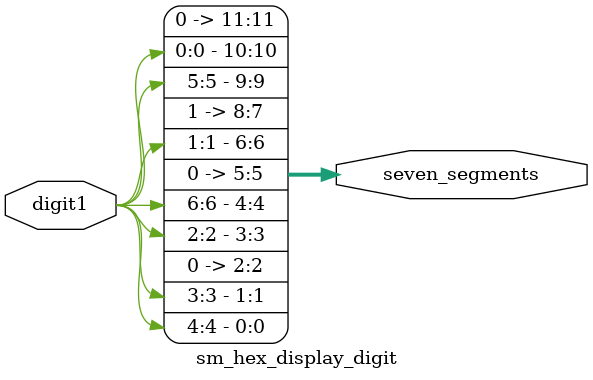
<source format=v>
module sm_hex_display_digit
(
    input [6:0] digit1,
    output [11:0] seven_segments
);


    assign seven_segments = {1'b0, digit1[0], digit1[5], 2'b11, digit1[1], 1'b0, digit1[6], digit1[2], 1'b0, digit1[3], digit1[4]};
	 

endmodule
</source>
